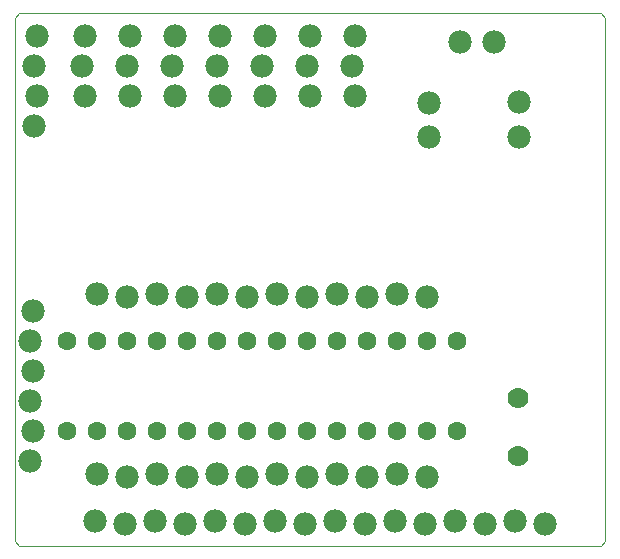
<source format=gbs>
G75*
G70*
%OFA0B0*%
%FSLAX24Y24*%
%IPPOS*%
%LPD*%
%AMOC8*
5,1,8,0,0,1.08239X$1,22.5*
%
%ADD10C,0.0000*%
%ADD11C,0.0631*%
%ADD12C,0.0700*%
%ADD13C,0.0780*%
D10*
X002337Y003180D02*
X002337Y003180D01*
X002180Y003337D01*
X002180Y003338D02*
X002180Y020778D01*
X002337Y020936D01*
X021708Y020936D01*
X021865Y020778D01*
X021865Y003337D01*
X021865Y003337D01*
X021708Y003180D01*
X021707Y003180D02*
X002337Y003180D01*
D11*
X003908Y007015D03*
X004908Y007015D03*
X005908Y007015D03*
X006908Y007015D03*
X007908Y007015D03*
X008908Y007015D03*
X009908Y007015D03*
X010908Y007015D03*
X011908Y007015D03*
X012908Y007015D03*
X013908Y007015D03*
X014908Y007015D03*
X015908Y007015D03*
X016908Y007015D03*
X016908Y010015D03*
X015908Y010015D03*
X014908Y010015D03*
X013908Y010015D03*
X012908Y010015D03*
X011908Y010015D03*
X010908Y010015D03*
X009908Y010015D03*
X008908Y010015D03*
X007908Y010015D03*
X006908Y010015D03*
X005908Y010015D03*
X004908Y010015D03*
X003908Y010015D03*
D12*
X018965Y008097D03*
X018965Y006176D03*
D13*
X018857Y004017D03*
X019857Y003917D03*
X017857Y003917D03*
X016857Y004017D03*
X015857Y003917D03*
X014857Y004017D03*
X013857Y003917D03*
X012857Y004017D03*
X011857Y003917D03*
X010857Y004017D03*
X009857Y003917D03*
X008857Y004017D03*
X007857Y003917D03*
X006857Y004017D03*
X005857Y003917D03*
X004857Y004017D03*
X005908Y005465D03*
X004908Y005565D03*
X006908Y005565D03*
X007908Y005465D03*
X008908Y005565D03*
X009908Y005465D03*
X010908Y005565D03*
X011908Y005465D03*
X012908Y005565D03*
X013908Y005465D03*
X014908Y005565D03*
X015908Y005465D03*
X015908Y011465D03*
X014908Y011565D03*
X013908Y011465D03*
X012908Y011565D03*
X011908Y011465D03*
X010908Y011565D03*
X009908Y011465D03*
X008908Y011565D03*
X007908Y011465D03*
X006908Y011565D03*
X005908Y011465D03*
X004908Y011565D03*
X002794Y011015D03*
X002694Y010015D03*
X002794Y009015D03*
X002694Y008015D03*
X002794Y007015D03*
X002694Y006015D03*
X002831Y017180D03*
X002931Y018180D03*
X002831Y019180D03*
X002931Y020180D03*
X004530Y020181D03*
X004430Y019181D03*
X004530Y018181D03*
X006026Y018181D03*
X005926Y019181D03*
X006026Y020181D03*
X007532Y020181D03*
X007432Y019181D03*
X007532Y018181D03*
X009028Y018182D03*
X008928Y019182D03*
X009028Y020182D03*
X010432Y019183D03*
X010532Y018183D03*
X012036Y018183D03*
X011936Y019183D03*
X012036Y020183D03*
X010532Y020183D03*
X013429Y019183D03*
X013529Y018183D03*
X013529Y020183D03*
X015983Y017950D03*
X015983Y016810D03*
X018978Y016814D03*
X018978Y017954D03*
X018146Y019982D03*
X017006Y019982D03*
M02*

</source>
